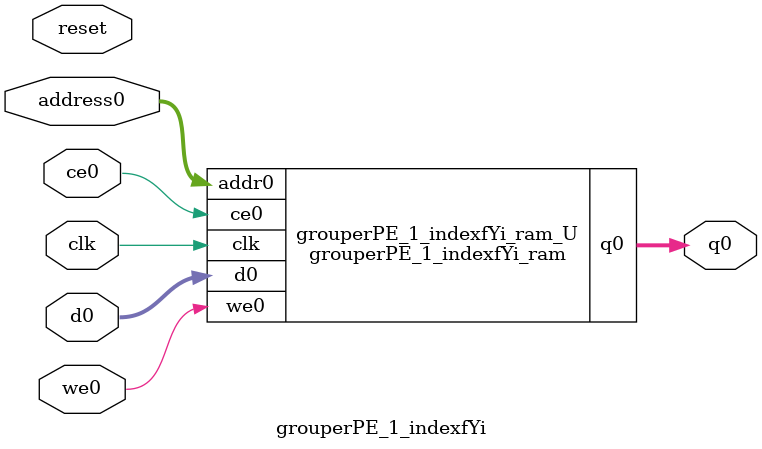
<source format=v>

`timescale 1 ns / 1 ps
module grouperPE_1_indexfYi_ram (addr0, ce0, d0, we0, q0,  clk);

parameter DWIDTH = 8;
parameter AWIDTH = 15;
parameter MEM_SIZE = 32768;

input[AWIDTH-1:0] addr0;
input ce0;
input[DWIDTH-1:0] d0;
input we0;
output reg[DWIDTH-1:0] q0;
input clk;

(* ram_style = "block" *)reg [DWIDTH-1:0] ram[0:MEM_SIZE-1];




always @(posedge clk)  
begin 
    if (ce0) 
    begin
        if (we0) 
        begin 
            ram[addr0] <= d0; 
            q0 <= d0;
        end 
        else 
            q0 <= ram[addr0];
    end
end


endmodule


`timescale 1 ns / 1 ps
module grouperPE_1_indexfYi(
    reset,
    clk,
    address0,
    ce0,
    we0,
    d0,
    q0);

parameter DataWidth = 32'd8;
parameter AddressRange = 32'd32768;
parameter AddressWidth = 32'd15;
input reset;
input clk;
input[AddressWidth - 1:0] address0;
input ce0;
input we0;
input[DataWidth - 1:0] d0;
output[DataWidth - 1:0] q0;



grouperPE_1_indexfYi_ram grouperPE_1_indexfYi_ram_U(
    .clk( clk ),
    .addr0( address0 ),
    .ce0( ce0 ),
    .we0( we0 ),
    .d0( d0 ),
    .q0( q0 ));

endmodule


</source>
